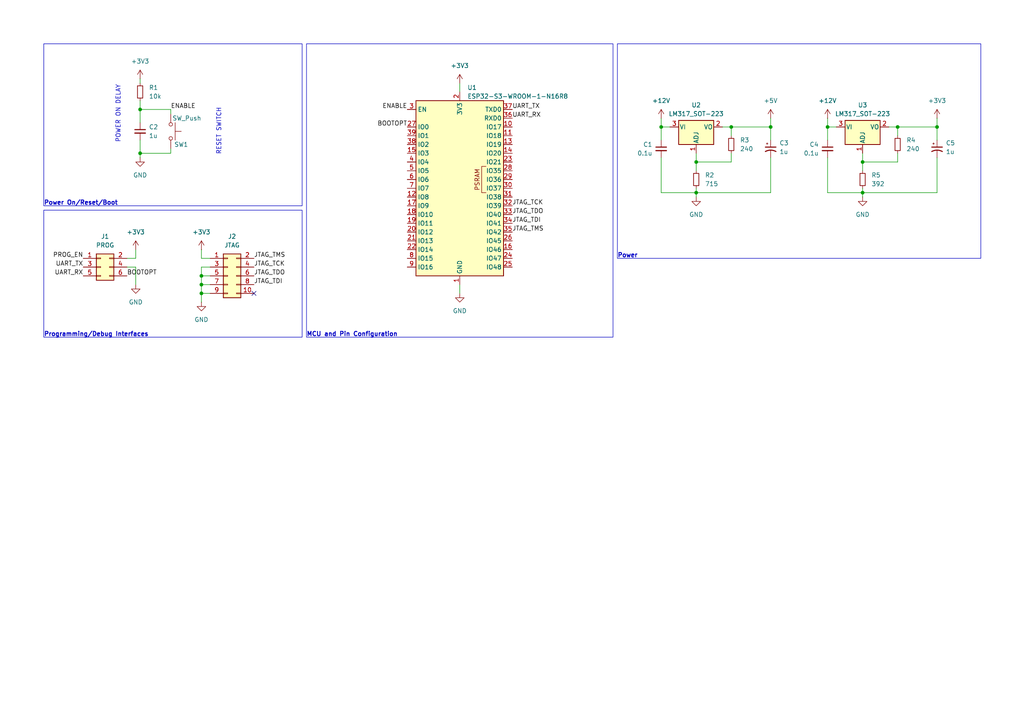
<source format=kicad_sch>
(kicad_sch (version 20231120) (generator "eeschema") (generator_version "8.0")
  (paper "A4")
  (lib_symbols
    (symbol "Connector_Generic:Conn_02x03_Odd_Even" (pin_names (offset 1.016) hide)
      (property "Reference" "J" (at 1.27 5.08 0))
      (property "Value" "Conn_02x03_Odd_Even" (at 1.27 -5.08 0))
      (symbol "Conn_02x03_Odd_Even_1_1"
        (rectangle (start -1.27 -2.413) (end 0 -2.667) (stroke (width 0.1524)))
        (rectangle (start -1.27 0.127) (end 0 -0.127) (stroke (width 0.1524)))
        (rectangle (start -1.27 2.667) (end 0 2.413) (stroke (width 0.1524)))
        (rectangle (start -1.27 3.81) (end 3.81 -3.81) (stroke (width 0.254)) (fill (type background)))
        (rectangle (start 3.81 -2.413) (end 2.54 -2.667) (stroke (width 0.1524)))
        (rectangle (start 3.81 0.127) (end 2.54 -0.127) (stroke (width 0.1524)))
        (rectangle (start 3.81 2.667) (end 2.54 2.413) (stroke (width 0.1524)))
        (pin passive line (at -5.08 2.54 0) (length 3.81) (name "Pin_1") (number "1"))
        (pin passive line (at 7.62 2.54 180) (length 3.81) (name "Pin_2") (number "2"))
        (pin passive line (at -5.08 0 0) (length 3.81) (name "Pin_3") (number "3"))
        (pin passive line (at 7.62 0 180) (length 3.81) (name "Pin_4") (number "4"))
        (pin passive line (at -5.08 -2.54 0) (length 3.81) (name "Pin_5") (number "5"))
        (pin passive line (at 7.62 -2.54 180) (length 3.81) (name "Pin_6") (number "6"))
      )
    )
    (symbol "Connector_Generic:Conn_02x05_Odd_Even" (pin_names (offset 1.016) hide)
      (property "Reference" "J" (at 1.27 7.62 0))
      (property "Value" "Conn_02x05_Odd_Even" (at 1.27 -7.62 0))
      (symbol "Conn_02x05_Odd_Even_1_1"
        (rectangle (start -1.27 -4.953) (end 0 -5.207) (stroke (width 0.1524)))
        (rectangle (start -1.27 -2.413) (end 0 -2.667) (stroke (width 0.1524)))
        (rectangle (start -1.27 0.127) (end 0 -0.127) (stroke (width 0.1524)))
        (rectangle (start -1.27 2.667) (end 0 2.413) (stroke (width 0.1524)))
        (rectangle (start -1.27 5.207) (end 0 4.953) (stroke (width 0.1524)))
        (rectangle (start -1.27 6.35) (end 3.81 -6.35) (stroke (width 0.254)) (fill (type background)))
        (rectangle (start 3.81 -4.953) (end 2.54 -5.207) (stroke (width 0.1524)))
        (rectangle (start 3.81 -2.413) (end 2.54 -2.667) (stroke (width 0.1524)))
        (rectangle (start 3.81 0.127) (end 2.54 -0.127) (stroke (width 0.1524)))
        (rectangle (start 3.81 2.667) (end 2.54 2.413) (stroke (width 0.1524)))
        (rectangle (start 3.81 5.207) (end 2.54 4.953) (stroke (width 0.1524)))
        (pin passive line (at -5.08 5.08 0) (length 3.81) (name "Pin_1") (number "1"))
        (pin passive line (at 7.62 -5.08 180) (length 3.81) (name "Pin_10") (number "10"))
        (pin passive line (at 7.62 5.08 180) (length 3.81) (name "Pin_2") (number "2"))
        (pin passive line (at -5.08 2.54 0) (length 3.81) (name "Pin_3") (number "3"))
        (pin passive line (at 7.62 2.54 180) (length 3.81) (name "Pin_4") (number "4"))
        (pin passive line (at -5.08 0 0) (length 3.81) (name "Pin_5") (number "5"))
        (pin passive line (at 7.62 0 180) (length 3.81) (name "Pin_6") (number "6"))
        (pin passive line (at -5.08 -2.54 0) (length 3.81) (name "Pin_7") (number "7"))
        (pin passive line (at 7.62 -2.54 180) (length 3.81) (name "Pin_8") (number "8"))
        (pin passive line (at -5.08 -5.08 0) (length 3.81) (name "Pin_9") (number "9"))
      )
    )
    (symbol "Device:C_Polarized_Small_US" (pin_numbers hide) (pin_names (offset 0.254) hide)
      (property "Reference" "C" (at 0.254 1.778 0))
      (property "Value" "C_Polarized_Small_US" (at 0.254 -2.032 0))
      (symbol "C_Polarized_Small_US_0_1"
        (polyline (pts (xy -1.524 0.508) (xy 1.524 0.508)) (stroke (width 0.3048)))
        (polyline (pts (xy -1.27 1.524) (xy -0.762 1.524)))
        (polyline (pts (xy -1.016 1.27) (xy -1.016 1.778)))
        (arc (start 1.524 -0.762) (mid 0 -0.3734) (end -1.524 -0.762) (stroke (width 0.3048)))
      )
      (symbol "C_Polarized_Small_US_1_1"
        (pin passive line (at 0 2.54 270) (length 2.032) (name "~") (number "1"))
        (pin passive line (at 0 -2.54 90) (length 2.032) (name "~") (number "2"))
      )
    )
    (symbol "Device:C_Small" (pin_numbers hide) (pin_names (offset 0.254) hide)
      (property "Reference" "C" (at 0.254 1.778 0))
      (property "Value" "C_Small" (at 0.254 -2.032 0))
      (symbol "C_Small_0_1"
        (polyline (pts (xy -1.524 -0.508) (xy 1.524 -0.508)) (stroke (width 0.3302)))
        (polyline (pts (xy -1.524 0.508) (xy 1.524 0.508)) (stroke (width 0.3048)))
      )
      (symbol "C_Small_1_1"
        (pin passive line (at 0 2.54 270) (length 2.032) (name "~") (number "1"))
        (pin passive line (at 0 -2.54 90) (length 2.032) (name "~") (number "2"))
      )
    )
    (symbol "Device:R_Small" (pin_numbers hide) (pin_names (offset 0.254) hide)
      (property "Reference" "R" (at 0.762 0.508 0))
      (property "Value" "R_Small" (at 0.762 -1.016 0))
      (symbol "R_Small_0_1"
        (rectangle (start -0.762 1.778) (end 0.762 -1.778) (stroke (width 0.2032)))
      )
      (symbol "R_Small_1_1"
        (pin passive line (at 0 2.54 270) (length 0.762) (name "~") (number "1"))
        (pin passive line (at 0 -2.54 90) (length 0.762) (name "~") (number "2"))
      )
    )
    (symbol "RF_Module:ESP32-S3-WROOM-1"
      (property "Reference" "U" (at -12.7 26.67 0))
      (property "Value" "ESP32-S3-WROOM-1" (at 12.7 26.67 0))
      (symbol "ESP32-S3-WROOM-1_0_0"
        (rectangle (start -12.7 25.4) (end 12.7 -25.4) (stroke (width 0.254)) (fill (type background)))
        (text "PSRAM" (at 5.08 2.54 900) (effects (font (size 1.27 1.27))))
      )
      (symbol "ESP32-S3-WROOM-1_0_1"
        (polyline (pts (xy 7.62 -1.27) (xy 6.35 -1.27) (xy 6.35 6.35) (xy 7.62 6.35)))
      )
      (symbol "ESP32-S3-WROOM-1_1_1"
        (pin power_in line (at 0 -27.94 90) (length 2.54) (name "GND") (number "1"))
        (pin bidirectional line (at 15.24 17.78 180) (length 2.54) (name "IO17") (number "10"))
        (pin bidirectional line (at 15.24 15.24 180) (length 2.54) (name "IO18") (number "11"))
        (pin bidirectional line (at -15.24 -2.54 0) (length 2.54) (name "IO8") (number "12"))
        (pin bidirectional line (at 15.24 12.7 180) (length 2.54) (name "IO19") (number "13"))
        (pin bidirectional line (at 15.24 10.16 180) (length 2.54) (name "IO20") (number "14"))
        (pin bidirectional line (at -15.24 10.16 0) (length 2.54) (name "IO3") (number "15"))
        (pin bidirectional line (at 15.24 -17.78 180) (length 2.54) (name "IO46") (number "16"))
        (pin bidirectional line (at -15.24 -5.08 0) (length 2.54) (name "IO9") (number "17"))
        (pin bidirectional line (at -15.24 -7.62 0) (length 2.54) (name "IO10") (number "18"))
        (pin bidirectional line (at -15.24 -10.16 0) (length 2.54) (name "IO11") (number "19"))
        (pin power_in line (at 0 27.94 270) (length 2.54) (name "3V3") (number "2"))
        (pin bidirectional line (at -15.24 -12.7 0) (length 2.54) (name "IO12") (number "20"))
        (pin bidirectional line (at -15.24 -15.24 0) (length 2.54) (name "IO13") (number "21"))
        (pin bidirectional line (at -15.24 -17.78 0) (length 2.54) (name "IO14") (number "22"))
        (pin bidirectional line (at 15.24 7.62 180) (length 2.54) (name "IO21") (number "23"))
        (pin bidirectional line (at 15.24 -20.32 180) (length 2.54) (name "IO47") (number "24"))
        (pin bidirectional line (at 15.24 -22.86 180) (length 2.54) (name "IO48") (number "25"))
        (pin bidirectional line (at 15.24 -15.24 180) (length 2.54) (name "IO45") (number "26"))
        (pin bidirectional line (at -15.24 17.78 0) (length 2.54) (name "IO0") (number "27"))
        (pin bidirectional line (at 15.24 5.08 180) (length 2.54) (name "IO35") (number "28"))
        (pin bidirectional line (at 15.24 2.54 180) (length 2.54) (name "IO36") (number "29"))
        (pin input line (at -15.24 22.86 0) (length 2.54) (name "EN") (number "3"))
        (pin bidirectional line (at 15.24 0 180) (length 2.54) (name "IO37") (number "30"))
        (pin bidirectional line (at 15.24 -2.54 180) (length 2.54) (name "IO38") (number "31"))
        (pin bidirectional line (at 15.24 -5.08 180) (length 2.54) (name "IO39") (number "32"))
        (pin bidirectional line (at 15.24 -7.62 180) (length 2.54) (name "IO40") (number "33"))
        (pin bidirectional line (at 15.24 -10.16 180) (length 2.54) (name "IO41") (number "34"))
        (pin bidirectional line (at 15.24 -12.7 180) (length 2.54) (name "IO42") (number "35"))
        (pin bidirectional line (at 15.24 20.32 180) (length 2.54) (name "RXD0") (number "36"))
        (pin bidirectional line (at 15.24 22.86 180) (length 2.54) (name "TXD0") (number "37"))
        (pin bidirectional line (at -15.24 12.7 0) (length 2.54) (name "IO2") (number "38"))
        (pin bidirectional line (at -15.24 15.24 0) (length 2.54) (name "IO1") (number "39"))
        (pin bidirectional line (at -15.24 7.62 0) (length 2.54) (name "IO4") (number "4"))
        (pin passive line (at 0 -27.94 90) (length 2.54) hide (name "GND") (number "40"))
        (pin passive line (at 0 -27.94 90) (length 2.54) hide (name "GND") (number "41"))
        (pin bidirectional line (at -15.24 5.08 0) (length 2.54) (name "IO5") (number "5"))
        (pin bidirectional line (at -15.24 2.54 0) (length 2.54) (name "IO6") (number "6"))
        (pin bidirectional line (at -15.24 0 0) (length 2.54) (name "IO7") (number "7"))
        (pin bidirectional line (at -15.24 -20.32 0) (length 2.54) (name "IO15") (number "8"))
        (pin bidirectional line (at -15.24 -22.86 0) (length 2.54) (name "IO16") (number "9"))
      )
    )
    (symbol "Regulator_Linear:LM317_SOT-223" (pin_names (offset 0.254))
      (property "Reference" "U" (at -3.81 3.175 0))
      (property "Value" "LM317_SOT-223" (at 0 3.175 0))
      (symbol "LM317_SOT-223_0_1"
        (rectangle (start -5.08 1.905) (end 5.08 -5.08) (stroke (width 0.254)) (fill (type background)))
      )
      (symbol "LM317_SOT-223_1_1"
        (pin input line (at 0 -7.62 90) (length 2.54) (name "ADJ") (number "1"))
        (pin power_out line (at 7.62 0 180) (length 2.54) (name "VO") (number "2"))
        (pin power_in line (at -7.62 0 0) (length 2.54) (name "VI") (number "3"))
      )
    )
    (symbol "Switch:SW_Push" (pin_numbers hide) (pin_names (offset 1.016) hide)
      (property "Reference" "SW" (at 1.27 2.54 0))
      (property "Value" "SW_Push" (at 0 -1.524 0))
      (symbol "SW_Push_0_1"
        (circle (center -2.032 0) (radius 0.508))
        (polyline (pts (xy 0 1.27) (xy 0 3.048)))
        (polyline (pts (xy 2.54 1.27) (xy -2.54 1.27)))
        (circle (center 2.032 0) (radius 0.508))
        (pin passive line (at -5.08 0 0) (length 2.54) (name "1") (number "1"))
        (pin passive line (at 5.08 0 180) (length 2.54) (name "2") (number "2"))
      )
    )
    (symbol "power:+12V" (power) (pin_numbers hide) (pin_names (offset 0) hide)
      (property "Value" "+12V" (at 0 3.556 0))
      (symbol "+12V_0_1"
        (polyline (pts (xy -0.762 1.27) (xy 0 2.54)))
        (polyline (pts (xy 0 0) (xy 0 2.54)))
        (polyline (pts (xy 0 2.54) (xy 0.762 1.27)))
      )
      (symbol "+12V_1_1"
        (pin power_in line (at 0 0 90) (length 0) (name "~") (number "1"))
      )
    )
    (symbol "power:+3V3" (power) (pin_numbers hide) (pin_names (offset 0) hide)
      (property "Value" "+3V3" (at 0 3.556 0))
      (symbol "+3V3_0_1"
        (polyline (pts (xy -0.762 1.27) (xy 0 2.54)))
        (polyline (pts (xy 0 0) (xy 0 2.54)))
        (polyline (pts (xy 0 2.54) (xy 0.762 1.27)))
      )
      (symbol "+3V3_1_1"
        (pin power_in line (at 0 0 90) (length 0) (name "~") (number "1"))
      )
    )
    (symbol "power:+5V" (power) (pin_numbers hide) (pin_names (offset 0) hide)
      (property "Value" "+5V" (at 0 3.556 0))
      (symbol "+5V_0_1"
        (polyline (pts (xy -0.762 1.27) (xy 0 2.54)))
        (polyline (pts (xy 0 0) (xy 0 2.54)))
        (polyline (pts (xy 0 2.54) (xy 0.762 1.27)))
      )
      (symbol "+5V_1_1"
        (pin power_in line (at 0 0 90) (length 0) (name "~") (number "1"))
      )
    )
    (symbol "power:GND" (power) (pin_numbers hide) (pin_names (offset 0) hide)
      (property "Value" "GND" (at 0 -3.81 0))
      (symbol "GND_0_1"
        (polyline (pts (xy 0 0) (xy 0 -1.27) (xy 1.27 -1.27) (xy 0 -2.54) (xy -1.27 -1.27) (xy 0 -1.27)))
      )
      (symbol "GND_1_1"
        (pin power_in line (at 0 0 270) (length 0) (name "~") (number "1"))
      )
    )
  )
  (junction (at 250.19 55.88))
  (junction (at 201.93 55.88))
  (junction (at 250.19 46.99))
  (junction (at 40.64 31.75))
  (junction (at 260.35 36.83))
  (junction (at 58.42 80.01))
  (junction (at 212.09 36.83))
  (junction (at 58.42 85.09))
  (junction (at 271.78 36.83))
  (junction (at 201.93 46.99))
  (junction (at 240.03 36.83))
  (junction (at 40.64 44.45))
  (junction (at 191.77 36.83))
  (junction (at 58.42 82.55))
  (junction (at 223.52 36.83))
  (no_connect (at 73.66 85.09))
  (wire (pts (xy 58.42 82.55) (xy 58.42 85.09)))
  (wire (pts (xy 49.53 33.02) (xy 49.53 31.75)))
  (wire (pts (xy 212.09 39.37) (xy 212.09 36.83)))
  (wire (pts (xy 223.52 55.88) (xy 201.93 55.88)))
  (wire (pts (xy 133.35 82.55) (xy 133.35 85.09)))
  (wire (pts (xy 58.42 80.01) (xy 60.96 80.01)))
  (wire (pts (xy 40.64 29.21) (xy 40.64 31.75)))
  (wire (pts (xy 260.35 39.37) (xy 260.35 36.83)))
  (wire (pts (xy 260.35 46.99) (xy 250.19 46.99)))
  (wire (pts (xy 250.19 44.45) (xy 250.19 46.99)))
  (wire (pts (xy 40.64 31.75) (xy 40.64 35.56)))
  (wire (pts (xy 212.09 44.45) (xy 212.09 46.99)))
  (wire (pts (xy 271.78 55.88) (xy 250.19 55.88)))
  (wire (pts (xy 40.64 40.64) (xy 40.64 44.45)))
  (wire (pts (xy 58.42 74.93) (xy 58.42 72.39)))
  (wire (pts (xy 49.53 31.75) (xy 40.64 31.75)))
  (wire (pts (xy 201.93 46.99) (xy 201.93 49.53)))
  (wire (pts (xy 250.19 55.88) (xy 240.03 55.88)))
  (wire (pts (xy 201.93 55.88) (xy 191.77 55.88)))
  (wire (pts (xy 60.96 74.93) (xy 58.42 74.93)))
  (wire (pts (xy 40.64 44.45) (xy 40.64 45.72)))
  (wire (pts (xy 60.96 77.47) (xy 58.42 77.47)))
  (wire (pts (xy 223.52 34.29) (xy 223.52 36.83)))
  (wire (pts (xy 60.96 85.09) (xy 58.42 85.09)))
  (wire (pts (xy 212.09 36.83) (xy 209.55 36.83)))
  (wire (pts (xy 250.19 54.61) (xy 250.19 55.88)))
  (wire (pts (xy 260.35 44.45) (xy 260.35 46.99)))
  (wire (pts (xy 39.37 77.47) (xy 39.37 82.55)))
  (wire (pts (xy 271.78 36.83) (xy 260.35 36.83)))
  (wire (pts (xy 240.03 55.88) (xy 240.03 45.72)))
  (wire (pts (xy 191.77 36.83) (xy 191.77 40.64)))
  (wire (pts (xy 40.64 44.45) (xy 49.53 44.45)))
  (wire (pts (xy 201.93 54.61) (xy 201.93 55.88)))
  (wire (pts (xy 191.77 55.88) (xy 191.77 45.72)))
  (wire (pts (xy 58.42 85.09) (xy 58.42 87.63)))
  (wire (pts (xy 133.35 24.13) (xy 133.35 26.67)))
  (wire (pts (xy 36.83 74.93) (xy 39.37 74.93)))
  (wire (pts (xy 201.93 57.15) (xy 201.93 55.88)))
  (wire (pts (xy 240.03 34.29) (xy 240.03 36.83)))
  (wire (pts (xy 223.52 45.72) (xy 223.52 55.88)))
  (wire (pts (xy 201.93 44.45) (xy 201.93 46.99)))
  (wire (pts (xy 271.78 40.64) (xy 271.78 36.83)))
  (wire (pts (xy 36.83 77.47) (xy 39.37 77.47)))
  (wire (pts (xy 39.37 74.93) (xy 39.37 72.39)))
  (wire (pts (xy 271.78 45.72) (xy 271.78 55.88)))
  (wire (pts (xy 40.64 22.86) (xy 40.64 24.13)))
  (wire (pts (xy 271.78 34.29) (xy 271.78 36.83)))
  (wire (pts (xy 250.19 46.99) (xy 250.19 49.53)))
  (wire (pts (xy 260.35 36.83) (xy 257.81 36.83)))
  (wire (pts (xy 58.42 77.47) (xy 58.42 80.01)))
  (wire (pts (xy 49.53 43.18) (xy 49.53 44.45)))
  (wire (pts (xy 58.42 80.01) (xy 58.42 82.55)))
  (wire (pts (xy 191.77 34.29) (xy 191.77 36.83)))
  (wire (pts (xy 212.09 46.99) (xy 201.93 46.99)))
  (wire (pts (xy 191.77 36.83) (xy 194.31 36.83)))
  (wire (pts (xy 240.03 36.83) (xy 240.03 40.64)))
  (wire (pts (xy 223.52 36.83) (xy 212.09 36.83)))
  (wire (pts (xy 58.42 82.55) (xy 60.96 82.55)))
  (wire (pts (xy 250.19 57.15) (xy 250.19 55.88)))
  (wire (pts (xy 223.52 40.64) (xy 223.52 36.83)))
  (wire (pts (xy 240.03 36.83) (xy 242.57 36.83)))
  (rectangle (start 179.07 12.7) (end 284.48 74.93))
  (rectangle (start 12.7 60.96) (end 87.63 97.79))
  (rectangle (start 88.9 12.7) (end 177.8 97.79))
  (rectangle (start 12.7 12.7) (end 87.63 59.69))
  (text "RESET SWITCH" (at 63.5 38.1 90) (effects (font (size 1.27 1.27))))
  (text "Power On/Reset/Boot" (at 12.7 59.69 0) (effects (font (size 1.27 1.27) (thickness 0.254) (bold yes)) (justify left bottom)))
  (text "MCU and Pin Configuration" (at 88.9 97.79 0) (effects (font (size 1.27 1.27) (thickness 0.254) (bold yes)) (justify left bottom)))
  (text "Power" (at 179.07 74.93 0) (effects (font (size 1.27 1.27) (thickness 0.254) (bold yes)) (justify left bottom)))
  (text "POWER ON DELAY" (at 34.29 33.02 90) (effects (font (size 1.27 1.27))))
  (text "Programming/Debug Interfaces" (at 12.7 97.79 0) (effects (font (size 1.27 1.27) (thickness 0.254) (bold yes)) (justify left bottom)))
  (label "JTAG_TDO" (at 73.66 80.01 0))
  (label "PROG_EN" (at 24.13 74.93 180))
  (label "JTAG_TDI" (at 148.59 64.77 0))
  (label "ENABLE" (at 118.11 31.75 180))
  (label "UART_RX" (at 148.59 34.29 0))
  (label "JTAG_TDO" (at 148.59 62.23 0))
  (label "BOOTOPT" (at 118.11 36.83 180))
  (label "JTAG_TCK" (at 73.66 77.47 0))
  (label "BOOTOPT" (at 36.83 80.01 0))
  (label "ENABLE" (at 49.53 31.75 0))
  (label "UART_TX" (at 24.13 77.47 180))
  (label "JTAG_TDI" (at 73.66 82.55 0))
  (label "JTAG_TMS" (at 148.59 67.31 0))
  (label "JTAG_TMS" (at 73.66 74.93 0))
  (label "UART_RX" (at 24.13 80.01 180))
  (label "JTAG_TCK" (at 148.59 59.69 0))
  (label "UART_TX" (at 148.59 31.75 0))
  (symbol (lib_id "Regulator_Linear:LM317_SOT-223") (at 201.93 36.83 0) (unit 1)
    (property "Reference" "U2" (at 201.93 30.48 0))
    (property "Value" "LM317_SOT-223" (at 201.93 33.02 0))
    (property "Footprint" "Package_TO_SOT_SMD:SOT-223-3_TabPin2" (effects (hide yes)))
    (property "Datasheet" "http://www.ti.com/lit/ds/symlink/lm317.pdf" (effects (hide yes)))
    (property "Description" "1.5A 35V Adjustable Linear Regulator, SOT-223" (effects (hide yes)))
  )
  (symbol (lib_id "RF_Module:ESP32-S3-WROOM-1") (at 133.35 54.61 0) (unit 1)
    (property "Reference" "U1" (at 135.5441 25.4 0) (effects (justify left)))
    (property "Value" "ESP32-S3-WROOM-1-N16R8" (at 135.5441 27.94 0) (effects (justify left)))
    (property "Footprint" "RF_Module:ESP32-S3-WROOM-1" (effects (hide yes)))
    (property "Datasheet" "https://www.espressif.com/sites/default/files/documentation/esp32-s3-wroom-1_wroom-1u_datasheet_en.pdf" (effects (hide yes)))
    (property "Description" "RF Module, ESP32-S3 SoC, Wi-Fi 802.11b/g/n, Bluetooth, BLE, 32-bit, 3.3V, onboard antenna, SMD" (effects (hide yes)))
  )
  (symbol (lib_id "Device:C_Small") (at 40.64 38.1 0) (unit 1)
    (property "Reference" "C2" (at 43.18 36.8362 0) (effects (justify left)))
    (property "Value" "1u" (at 43.18 39.3762 0) (effects (justify left)))
    (property "Footprint" "Capacitor_THT:C_Disc_D5.0mm_W2.5mm_P2.50mm" (effects (hide yes)))
    (property "Description" "Unpolarized capacitor, small symbol" (effects (hide yes)))
  )
  (symbol (lib_id "Connector_Generic:Conn_02x05_Odd_Even") (at 66.04 80.01 0) (unit 1)
    (property "Reference" "J2" (at 67.31 68.58 0))
    (property "Value" "JTAG" (at 67.31 71.12 0))
    (property "Footprint" "Connector_PinSocket_2.54mm:PinSocket_2x03_P2.54mm_Vertical" (effects (hide yes)))
    (property "Description" "Generic connector, double row, 02x05, odd/even pin numbering scheme (row 1 odd numbers, row 2 even numbers), script generated (kicad-library-utils/schlib/autogen/connector/)" (effects (hide yes)))
  )
  (symbol (lib_id "power:+3V3") (at 58.42 72.39 0) (unit 1)
    (property "Reference" "#PWR02" (effects (hide yes)))
    (property "Value" "+3V3" (at 58.42 67.31 0))
    (property "Description" "Power symbol creates a global label with name \"+3V3\"" (effects (hide yes)))
  )
  (symbol (lib_id "Connector_Generic:Conn_02x03_Odd_Even") (at 29.21 77.47 0) (unit 1)
    (property "Reference" "J1" (at 30.48 68.58 0))
    (property "Value" "PROG" (at 30.48 71.12 0))
    (property "Footprint" "Connector_PinSocket_2.54mm:PinSocket_2x03_P2.54mm_Vertical" (effects (hide yes)))
    (property "Description" "Generic connector, double row, 02x03, odd/even pin numbering scheme (row 1 odd numbers, row 2 even numbers), script generated (kicad-library-utils/schlib/autogen/connector/)" (effects (hide yes)))
  )
  (symbol (lib_id "power:GND") (at 40.64 45.72 0) (unit 1)
    (property "Reference" "#PWR07" (effects (hide yes)))
    (property "Value" "GND" (at 40.64 50.8 0))
    (property "Description" "Power symbol creates a global label with name \"GND\" , ground" (effects (hide yes)))
  )
  (symbol (lib_id "power:+12V") (at 240.03 34.29 0) (unit 1)
    (property "Reference" "#PWR012" (effects (hide yes)))
    (property "Value" "+12V" (at 240.03 29.21 0))
    (property "Description" "Power symbol creates a global label with name \"+12V\"" (effects (hide yes)))
  )
  (symbol (lib_id "power:GND") (at 58.42 87.63 0) (unit 1)
    (property "Reference" "#PWR04" (effects (hide yes)))
    (property "Value" "GND" (at 58.42 92.71 0))
    (property "Description" "Power symbol creates a global label with name \"GND\" , ground" (effects (hide yes)))
  )
  (symbol (lib_id "Device:R_Small") (at 260.35 41.91 0) (unit 1)
    (property "Reference" "R4" (at 262.89 40.6399 0) (effects (justify left)))
    (property "Value" "240" (at 262.89 43.1799 0) (effects (justify left)))
    (property "Footprint" "Resistor_THT:R_Axial_DIN0207_L6.3mm_D2.5mm_P10.16mm_Horizontal" (effects (hide yes)))
    (property "Description" "Resistor, small symbol" (effects (hide yes)))
  )
  (symbol (lib_id "Device:R_Small") (at 201.93 52.07 0) (unit 1)
    (property "Reference" "R2" (at 204.47 50.7999 0) (effects (justify left)))
    (property "Value" "715" (at 204.47 53.3399 0) (effects (justify left)))
    (property "Footprint" "Resistor_THT:R_Axial_DIN0207_L6.3mm_D2.5mm_P10.16mm_Horizontal" (effects (hide yes)))
    (property "Description" "Resistor, small symbol" (effects (hide yes)))
  )
  (symbol (lib_id "power:GND") (at 39.37 82.55 0) (unit 1)
    (property "Reference" "#PWR03" (effects (hide yes)))
    (property "Value" "GND" (at 39.37 87.63 0))
    (property "Description" "Power symbol creates a global label with name \"GND\" , ground" (effects (hide yes)))
  )
  (symbol (lib_id "power:+3V3") (at 40.64 22.86 0) (unit 1)
    (property "Reference" "#PWR05" (effects (hide yes)))
    (property "Value" "+3V3" (at 40.64 17.78 0))
    (property "Description" "Power symbol creates a global label with name \"+3V3\"" (effects (hide yes)))
  )
  (symbol (lib_id "Device:R_Small") (at 212.09 41.91 0) (unit 1)
    (property "Reference" "R3" (at 214.63 40.6399 0) (effects (justify left)))
    (property "Value" "240" (at 214.63 43.1799 0) (effects (justify left)))
    (property "Footprint" "Resistor_THT:R_Axial_DIN0207_L6.3mm_D2.5mm_P10.16mm_Horizontal" (effects (hide yes)))
    (property "Description" "Resistor, small symbol" (effects (hide yes)))
  )
  (symbol (lib_id "Device:C_Small") (at 191.77 43.18 0) (unit 1)
    (property "Reference" "C1" (at 189.23 41.91 0) (effects (justify right)))
    (property "Value" "0.1u" (at 189.23 44.45 0) (effects (justify right)))
    (property "Footprint" "Capacitor_THT:C_Disc_D5.0mm_W2.5mm_P2.50mm" (effects (hide yes)))
    (property "Description" "Unpolarized capacitor, small symbol" (effects (hide yes)))
  )
  (symbol (lib_id "Device:R_Small") (at 250.19 52.07 0) (unit 1)
    (property "Reference" "R5" (at 252.73 50.7999 0) (effects (justify left)))
    (property "Value" "392" (at 252.73 53.3399 0) (effects (justify left)))
    (property "Footprint" "Resistor_THT:R_Axial_DIN0207_L6.3mm_D2.5mm_P10.16mm_Horizontal" (effects (hide yes)))
    (property "Description" "Resistor, small symbol" (effects (hide yes)))
  )
  (symbol (lib_id "power:+5V") (at 223.52 34.29 0) (unit 1)
    (property "Reference" "#PWR011" (effects (hide yes)))
    (property "Value" "+5V" (at 223.52 29.21 0))
    (property "Description" "Power symbol creates a global label with name \"+5V\"" (effects (hide yes)))
  )
  (symbol (lib_id "Device:C_Polarized_Small_US") (at 223.52 43.18 0) (unit 1)
    (property "Reference" "C3" (at 226.06 41.4781 0) (effects (justify left)))
    (property "Value" "1u" (at 226.06 44.0181 0) (effects (justify left)))
    (property "Footprint" "Capacitor_THT:C_Disc_D5.0mm_W2.5mm_P2.50mm" (effects (hide yes)))
    (property "Description" "Polarized capacitor, small US symbol" (effects (hide yes)))
  )
  (symbol (lib_id "Device:C_Polarized_Small_US") (at 271.78 43.18 0) (unit 1)
    (property "Reference" "C5" (at 274.32 41.4781 0) (effects (justify left)))
    (property "Value" "1u" (at 274.32 44.0181 0) (effects (justify left)))
    (property "Footprint" "Capacitor_THT:C_Disc_D5.0mm_W2.5mm_P2.50mm" (effects (hide yes)))
    (property "Description" "Polarized capacitor, small US symbol" (effects (hide yes)))
  )
  (symbol (lib_id "power:+3V3") (at 271.78 34.29 0) (unit 1)
    (property "Reference" "#PWR013" (effects (hide yes)))
    (property "Value" "+3V3" (at 271.78 29.21 0))
    (property "Description" "Power symbol creates a global label with name \"+3V3\"" (effects (hide yes)))
  )
  (symbol (lib_id "Regulator_Linear:LM317_SOT-223") (at 250.19 36.83 0) (unit 1)
    (property "Reference" "U3" (at 250.19 30.48 0))
    (property "Value" "LM317_SOT-223" (at 250.19 33.02 0))
    (property "Footprint" "Package_TO_SOT_SMD:SOT-223-3_TabPin2" (effects (hide yes)))
    (property "Datasheet" "http://www.ti.com/lit/ds/symlink/lm317.pdf" (effects (hide yes)))
    (property "Description" "1.5A 35V Adjustable Linear Regulator, SOT-223" (effects (hide yes)))
  )
  (symbol (lib_id "Device:C_Small") (at 240.03 43.18 0) (unit 1)
    (property "Reference" "C4" (at 237.49 41.91 0) (effects (justify right)))
    (property "Value" "0.1u" (at 237.49 44.45 0) (effects (justify right)))
    (property "Footprint" "Capacitor_THT:C_Disc_D5.0mm_W2.5mm_P2.50mm" (effects (hide yes)))
    (property "Description" "Unpolarized capacitor, small symbol" (effects (hide yes)))
  )
  (symbol (lib_id "power:+3V3") (at 133.35 24.13 0) (unit 1)
    (property "Reference" "#PWR06" (effects (hide yes)))
    (property "Value" "+3V3" (at 133.35 19.05 0))
    (property "Description" "Power symbol creates a global label with name \"+3V3\"" (effects (hide yes)))
  )
  (symbol (lib_id "power:GND") (at 250.19 57.15 0) (unit 1)
    (property "Reference" "#PWR014" (effects (hide yes)))
    (property "Value" "GND" (at 250.19 62.23 0))
    (property "Description" "Power symbol creates a global label with name \"GND\" , ground" (effects (hide yes)))
  )
  (symbol (lib_id "Device:R_Small") (at 40.64 26.67 0) (unit 1)
    (property "Reference" "R1" (at 43.18 25.3999 0) (effects (justify left)))
    (property "Value" "10k" (at 43.18 27.9399 0) (effects (justify left)))
    (property "Footprint" "Resistor_THT:R_Axial_DIN0207_L6.3mm_D2.5mm_P10.16mm_Horizontal" (effects (hide yes)))
    (property "Description" "Resistor, small symbol" (effects (hide yes)))
  )
  (symbol (lib_id "Switch:SW_Push") (at 49.53 38.1 270) (unit 1)
    (property "Reference" "SW1" (at 54.61 41.91 90) (effects (justify right)))
    (property "Value" "SW_Push" (at 58.42 34.29 90) (effects (justify right)))
    (property "Footprint" "Button_Switch_THT:SW_PUSH_1P1T_6x3.5mm_H4.3_APEM_MJTP1243" (effects (hide yes)))
    (property "Description" "Push button switch, generic, two pins" (effects (hide yes)))
  )
  (symbol (lib_id "power:+3V3") (at 39.37 72.39 0) (unit 1)
    (property "Reference" "#PWR01" (effects (hide yes)))
    (property "Value" "+3V3" (at 39.37 67.31 0))
    (property "Description" "Power symbol creates a global label with name \"+3V3\"" (effects (hide yes)))
  )
  (symbol (lib_id "power:+12V") (at 191.77 34.29 0) (unit 1)
    (property "Reference" "#PWR09" (effects (hide yes)))
    (property "Value" "+12V" (at 191.77 29.21 0))
    (property "Description" "Power symbol creates a global label with name \"+12V\"" (effects (hide yes)))
  )
  (symbol (lib_id "power:GND") (at 201.93 57.15 0) (unit 1)
    (property "Reference" "#PWR010" (effects (hide yes)))
    (property "Value" "GND" (at 201.93 62.23 0))
    (property "Description" "Power symbol creates a global label with name \"GND\" , ground" (effects (hide yes)))
  )
  (symbol (lib_id "power:GND") (at 133.35 85.09 0) (unit 1)
    (property "Reference" "#PWR08" (effects (hide yes)))
    (property "Value" "GND" (at 133.35 90.17 0))
    (property "Description" "Power symbol creates a global label with name \"GND\" , ground" (effects (hide yes)))
  )
)
</source>
